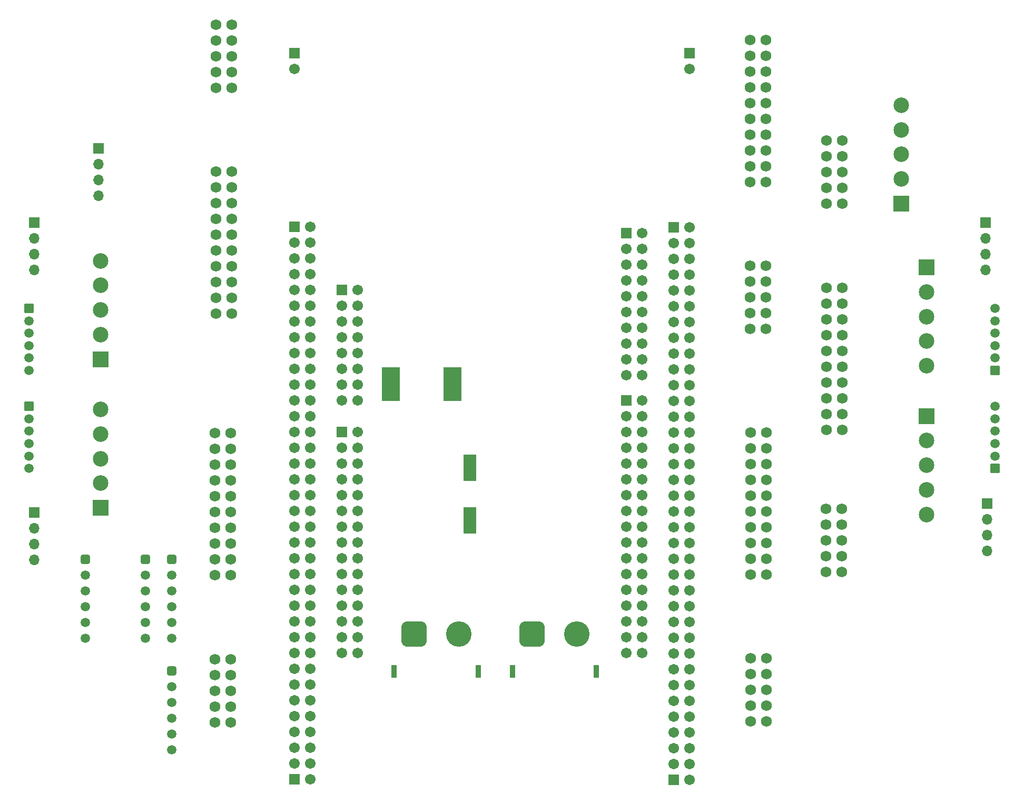
<source format=gbr>
%TF.GenerationSoftware,KiCad,Pcbnew,8.0.6*%
%TF.CreationDate,2024-11-11T21:37:20+01:00*%
%TF.ProjectId,Mainboard,4d61696e-626f-4617-9264-2e6b69636164,rev?*%
%TF.SameCoordinates,Original*%
%TF.FileFunction,Soldermask,Bot*%
%TF.FilePolarity,Negative*%
%FSLAX46Y46*%
G04 Gerber Fmt 4.6, Leading zero omitted, Abs format (unit mm)*
G04 Created by KiCad (PCBNEW 8.0.6) date 2024-11-11 21:37:20*
%MOMM*%
%LPD*%
G01*
G04 APERTURE LIST*
G04 Aperture macros list*
%AMRoundRect*
0 Rectangle with rounded corners*
0 $1 Rounding radius*
0 $2 $3 $4 $5 $6 $7 $8 $9 X,Y pos of 4 corners*
0 Add a 4 corners polygon primitive as box body*
4,1,4,$2,$3,$4,$5,$6,$7,$8,$9,$2,$3,0*
0 Add four circle primitives for the rounded corners*
1,1,$1+$1,$2,$3*
1,1,$1+$1,$4,$5*
1,1,$1+$1,$6,$7*
1,1,$1+$1,$8,$9*
0 Add four rect primitives between the rounded corners*
20,1,$1+$1,$2,$3,$4,$5,0*
20,1,$1+$1,$4,$5,$6,$7,0*
20,1,$1+$1,$6,$7,$8,$9,0*
20,1,$1+$1,$8,$9,$2,$3,0*%
G04 Aperture macros list end*
%ADD10C,1.733200*%
%ADD11R,2.500000X2.500000*%
%ADD12C,2.500000*%
%ADD13RoundRect,0.380000X-0.380000X0.380000X-0.380000X-0.380000X0.380000X-0.380000X0.380000X0.380000X0*%
%ADD14C,1.520000*%
%ADD15R,1.700000X1.700000*%
%ADD16O,1.700000X1.700000*%
%ADD17RoundRect,0.102000X-0.754000X-0.754000X0.754000X-0.754000X0.754000X0.754000X-0.754000X0.754000X0*%
%ADD18C,1.712000*%
%ADD19RoundRect,0.102000X0.654000X-0.654000X0.654000X0.654000X-0.654000X0.654000X-0.654000X-0.654000X0*%
%ADD20C,1.512000*%
%ADD21R,0.900000X2.000000*%
%ADD22RoundRect,1.025000X-1.025000X-1.025000X1.025000X-1.025000X1.025000X1.025000X-1.025000X1.025000X0*%
%ADD23C,4.100000*%
%ADD24RoundRect,0.102000X-0.654000X0.654000X-0.654000X-0.654000X0.654000X-0.654000X0.654000X0.654000X0*%
%ADD25R,2.050000X4.300000*%
%ADD26R,2.900000X5.400000*%
G04 APERTURE END LIST*
D10*
%TO.C,J4*%
X238600000Y-147468000D03*
X241140000Y-147468000D03*
X238600000Y-150008000D03*
X241140000Y-150008000D03*
X238600000Y-152548000D03*
X241140000Y-152548000D03*
X238600000Y-155088000D03*
X241140000Y-155088000D03*
X238600000Y-157628000D03*
X241140000Y-157628000D03*
%TD*%
D11*
%TO.C,J16*%
X250650000Y-98390000D03*
D12*
X250650000Y-94430000D03*
X250650000Y-90470000D03*
X250650000Y-86510000D03*
X250650000Y-82550000D03*
%TD*%
D10*
%TO.C,J20*%
X229000000Y-135190000D03*
X226460000Y-135190000D03*
X229000000Y-137730000D03*
X226460000Y-137730000D03*
X229000000Y-140270000D03*
X226460000Y-140270000D03*
X229000000Y-142810000D03*
X226460000Y-142810000D03*
X229000000Y-145350000D03*
X226460000Y-145350000D03*
X229000000Y-147890000D03*
X226460000Y-147890000D03*
X229000000Y-150430000D03*
X226460000Y-150430000D03*
X229000000Y-152970000D03*
X226460000Y-152970000D03*
X229000000Y-155510000D03*
X226460000Y-155510000D03*
X229000000Y-158050000D03*
X226460000Y-158050000D03*
X229000000Y-171570000D03*
X226460000Y-171570000D03*
X229000000Y-174110000D03*
X226460000Y-174110000D03*
X229000000Y-176650000D03*
X226460000Y-176650000D03*
X229000000Y-179190000D03*
X226460000Y-179190000D03*
X229000000Y-181730000D03*
X226460000Y-181730000D03*
%TD*%
%TO.C,J22*%
X140575000Y-116125000D03*
X143115000Y-116125000D03*
X140575000Y-113585000D03*
X143115000Y-113585000D03*
X140575000Y-111045000D03*
X143115000Y-111045000D03*
X140575000Y-108505000D03*
X143115000Y-108505000D03*
X140575000Y-105965000D03*
X143115000Y-105965000D03*
X140575000Y-103425000D03*
X143115000Y-103425000D03*
X140575000Y-100885000D03*
X143115000Y-100885000D03*
X140575000Y-98345000D03*
X143115000Y-98345000D03*
X140575000Y-95805000D03*
X143115000Y-95805000D03*
X140575000Y-93265000D03*
X143115000Y-93265000D03*
X140575000Y-79745000D03*
X143115000Y-79745000D03*
X140575000Y-77205000D03*
X143115000Y-77205000D03*
X140575000Y-74665000D03*
X143115000Y-74665000D03*
X140575000Y-72125000D03*
X143115000Y-72125000D03*
X140575000Y-69585000D03*
X143115000Y-69585000D03*
%TD*%
%TO.C,J19*%
X142880000Y-135350000D03*
X140340000Y-135350000D03*
X142880000Y-137890000D03*
X140340000Y-137890000D03*
X142880000Y-140430000D03*
X140340000Y-140430000D03*
X142880000Y-142970000D03*
X140340000Y-142970000D03*
X142880000Y-145510000D03*
X140340000Y-145510000D03*
X142880000Y-148050000D03*
X140340000Y-148050000D03*
X142880000Y-150590000D03*
X140340000Y-150590000D03*
X142880000Y-153130000D03*
X140340000Y-153130000D03*
X142880000Y-155670000D03*
X140340000Y-155670000D03*
X142880000Y-158210000D03*
X140340000Y-158210000D03*
X142880000Y-171730000D03*
X140340000Y-171730000D03*
X142880000Y-174270000D03*
X140340000Y-174270000D03*
X142880000Y-176810000D03*
X140340000Y-176810000D03*
X142880000Y-179350000D03*
X140340000Y-179350000D03*
X142880000Y-181890000D03*
X140340000Y-181890000D03*
%TD*%
D13*
%TO.C,J3*%
X133460000Y-173627500D03*
D14*
X133460000Y-176167500D03*
X133460000Y-178707500D03*
X133460000Y-181247500D03*
X133460000Y-183787500D03*
X133460000Y-186327500D03*
%TD*%
D10*
%TO.C,J18*%
X238630000Y-134780000D03*
X241170000Y-134780000D03*
X238630000Y-132240000D03*
X241170000Y-132240000D03*
X238630000Y-129700000D03*
X241170000Y-129700000D03*
X238630000Y-127160000D03*
X241170000Y-127160000D03*
X238630000Y-124620000D03*
X241170000Y-124620000D03*
X238630000Y-122080000D03*
X241170000Y-122080000D03*
X238630000Y-119540000D03*
X241170000Y-119540000D03*
X238630000Y-117000000D03*
X241170000Y-117000000D03*
X238630000Y-114460000D03*
X241170000Y-114460000D03*
X238630000Y-111920000D03*
X241170000Y-111920000D03*
X238630000Y-98400000D03*
X241170000Y-98400000D03*
X238630000Y-95860000D03*
X241170000Y-95860000D03*
X238630000Y-93320000D03*
X241170000Y-93320000D03*
X238630000Y-90780000D03*
X241170000Y-90780000D03*
X238630000Y-88240000D03*
X241170000Y-88240000D03*
%TD*%
D13*
%TO.C,J24*%
X133460000Y-155640000D03*
D14*
X133460000Y-158180000D03*
X133460000Y-160720000D03*
X133460000Y-163260000D03*
X133460000Y-165800000D03*
X133460000Y-168340000D03*
%TD*%
D13*
%TO.C,J25*%
X119500000Y-155650000D03*
D14*
X119500000Y-158190000D03*
X119500000Y-160730000D03*
X119500000Y-163270000D03*
X119500000Y-165810000D03*
X119500000Y-168350000D03*
%TD*%
D15*
%TO.C,J26*%
X121670000Y-89530000D03*
D16*
X121670000Y-92070000D03*
X121670000Y-94610000D03*
X121670000Y-97150000D03*
%TD*%
D13*
%TO.C,J8*%
X129166700Y-155668000D03*
D14*
X129166700Y-158208000D03*
X129166700Y-160748000D03*
X129166700Y-163288000D03*
X129166700Y-165828000D03*
X129166700Y-168368000D03*
%TD*%
D17*
%TO.C,U1*%
X153168300Y-74210000D03*
D18*
X153168300Y-76750000D03*
D17*
X216668300Y-74210000D03*
D18*
X216668300Y-76750000D03*
D17*
X206508300Y-103166000D03*
D18*
X209048300Y-103166000D03*
X206508300Y-105706000D03*
X209048300Y-105706000D03*
X206508300Y-108246000D03*
X209048300Y-108246000D03*
X206508300Y-110786000D03*
X209048300Y-110786000D03*
X206508300Y-113326000D03*
X209048300Y-113326000D03*
X206508300Y-115866000D03*
X209048300Y-115866000D03*
X206508300Y-118406000D03*
X209048300Y-118406000D03*
X206508300Y-120946000D03*
X209048300Y-120946000D03*
X206508300Y-123486000D03*
X209048300Y-123486000D03*
X206508300Y-126026000D03*
X209048300Y-126026000D03*
D17*
X160788300Y-112310000D03*
D18*
X163328300Y-112310000D03*
X160788300Y-114850000D03*
X163328300Y-114850000D03*
X160788300Y-117390000D03*
X163328300Y-117390000D03*
X160788300Y-119930000D03*
X163328300Y-119930000D03*
X160788300Y-122470000D03*
X163328300Y-122470000D03*
X160788300Y-125010000D03*
X163328300Y-125010000D03*
X160788300Y-127550000D03*
X163328300Y-127550000D03*
X160788300Y-130090000D03*
X163328300Y-130090000D03*
D17*
X160788300Y-135170000D03*
D18*
X163328300Y-135170000D03*
X160788300Y-137710000D03*
X163328300Y-137710000D03*
X160788300Y-140250000D03*
X163328300Y-140250000D03*
X160788300Y-142790000D03*
X163328300Y-142790000D03*
X160788300Y-145330000D03*
X163328300Y-145330000D03*
X160788300Y-147870000D03*
X163328300Y-147870000D03*
X160788300Y-150410000D03*
X163328300Y-150410000D03*
X160788300Y-152950000D03*
X163328300Y-152950000D03*
X160788300Y-155490000D03*
X163328300Y-155490000D03*
X160788300Y-158030000D03*
X163328300Y-158030000D03*
X160788300Y-160570000D03*
X163328300Y-160570000D03*
X160788300Y-163110000D03*
X163328300Y-163110000D03*
X160788300Y-165650000D03*
X163328300Y-165650000D03*
X160788300Y-168190000D03*
X163328300Y-168190000D03*
X160788300Y-170730000D03*
X163328300Y-170730000D03*
D17*
X206508300Y-130090000D03*
D18*
X209048300Y-130090000D03*
X206508300Y-132630000D03*
X209048300Y-132630000D03*
X206508300Y-135170000D03*
X209048300Y-135170000D03*
X206508300Y-137710000D03*
X209048300Y-137710000D03*
X206508300Y-140250000D03*
X209048300Y-140250000D03*
X206508300Y-142790000D03*
X209048300Y-142790000D03*
X206508300Y-145330000D03*
X209048300Y-145330000D03*
X206508300Y-147870000D03*
X209048300Y-147870000D03*
X206508300Y-150410000D03*
X209048300Y-150410000D03*
X206508300Y-152950000D03*
X209048300Y-152950000D03*
X206508300Y-155490000D03*
X209048300Y-155490000D03*
X206508300Y-158030000D03*
X209048300Y-158030000D03*
X206508300Y-160570000D03*
X209048300Y-160570000D03*
X206508300Y-163110000D03*
X209048300Y-163110000D03*
X206508300Y-165650000D03*
X209048300Y-165650000D03*
X206508300Y-168190000D03*
X209048300Y-168190000D03*
X206508300Y-170730000D03*
X209048300Y-170730000D03*
D17*
X153168300Y-102150000D03*
D18*
X155708300Y-102150000D03*
X153168300Y-104690000D03*
X155708300Y-104690000D03*
X153168300Y-107230000D03*
X155708300Y-107230000D03*
X153168300Y-109770000D03*
X155708300Y-109770000D03*
X153168300Y-112310000D03*
X155708300Y-112310000D03*
X153168300Y-114850000D03*
X155708300Y-114850000D03*
X153168300Y-117390000D03*
X155708300Y-117390000D03*
X153168300Y-119930000D03*
X155708300Y-119930000D03*
X153168300Y-122470000D03*
X155708300Y-122470000D03*
X153168300Y-125010000D03*
X155708300Y-125010000D03*
X153168300Y-127550000D03*
X155708300Y-127550000D03*
X153168300Y-130090000D03*
X155708300Y-130090000D03*
X153168300Y-132630000D03*
X155708300Y-132630000D03*
X153168300Y-135170000D03*
X155708300Y-135170000D03*
X153168300Y-137710000D03*
X155708300Y-137710000D03*
X153168300Y-140250000D03*
X155708300Y-140250000D03*
X153168300Y-142790000D03*
X155708300Y-142790000D03*
X153168300Y-145330000D03*
X155708300Y-145330000D03*
X153168300Y-147870000D03*
X155708300Y-147870000D03*
X153168300Y-150410000D03*
X155708300Y-150410000D03*
X153168300Y-152950000D03*
X155708300Y-152950000D03*
X153168300Y-155490000D03*
X155708300Y-155490000D03*
X153168300Y-158030000D03*
X155708300Y-158030000D03*
X153168300Y-160570000D03*
X155708300Y-160570000D03*
X153168300Y-163110000D03*
X155708300Y-163110000D03*
X153168300Y-165650000D03*
X155708300Y-165650000D03*
X153168300Y-168190000D03*
X155708300Y-168190000D03*
X153168300Y-170730000D03*
X155708300Y-170730000D03*
X153168300Y-173270000D03*
X155708300Y-173270000D03*
X153168300Y-175810000D03*
X155708300Y-175810000D03*
X153168300Y-178350000D03*
X155708300Y-178350000D03*
X153168300Y-180890000D03*
X155708300Y-180890000D03*
X153168300Y-183430000D03*
X155708300Y-183430000D03*
X153168300Y-185970000D03*
X155708300Y-185970000D03*
X153168300Y-188510000D03*
X155708300Y-188510000D03*
D17*
X214128300Y-102170000D03*
D18*
X216668300Y-102170000D03*
X214128300Y-104710000D03*
X216668300Y-104710000D03*
X214128300Y-107250000D03*
X216668300Y-107250000D03*
X214128300Y-109790000D03*
X216668300Y-109790000D03*
X214128300Y-112330000D03*
X216668300Y-112330000D03*
X214128300Y-114870000D03*
X216668300Y-114870000D03*
X214128300Y-117410000D03*
X216668300Y-117410000D03*
X214128300Y-119950000D03*
X216668300Y-119950000D03*
X214128300Y-122490000D03*
X216668300Y-122490000D03*
X214128300Y-125030000D03*
X216668300Y-125030000D03*
X214128300Y-127570000D03*
X216668300Y-127570000D03*
X214128300Y-130110000D03*
X216668300Y-130110000D03*
X214128300Y-132650000D03*
X216668300Y-132650000D03*
X214128300Y-135190000D03*
X216668300Y-135190000D03*
X214128300Y-137730000D03*
X216668300Y-137730000D03*
X214128300Y-140270000D03*
X216668300Y-140270000D03*
X214128300Y-142810000D03*
X216668300Y-142810000D03*
X214128300Y-145350000D03*
X216668300Y-145350000D03*
X214128300Y-147890000D03*
X216668300Y-147890000D03*
X214128300Y-150430000D03*
X216668300Y-150430000D03*
X214128300Y-152970000D03*
X216668300Y-152970000D03*
X214128300Y-155510000D03*
X216668300Y-155510000D03*
X214128300Y-158050000D03*
X216668300Y-158050000D03*
X214128300Y-160590000D03*
X216668300Y-160590000D03*
X214128300Y-163130000D03*
X216668300Y-163130000D03*
X214128300Y-165670000D03*
X216668300Y-165670000D03*
X214128300Y-168210000D03*
X216668300Y-168210000D03*
X214128300Y-170750000D03*
X216668300Y-170750000D03*
X214128300Y-173290000D03*
X216668300Y-173290000D03*
X214128300Y-175830000D03*
X216668300Y-175830000D03*
X214128300Y-178370000D03*
X216668300Y-178370000D03*
X214128300Y-180910000D03*
X216668300Y-180910000D03*
X214128300Y-183450000D03*
X216668300Y-183450000D03*
X214128300Y-185990000D03*
X216668300Y-185990000D03*
X214128300Y-188530000D03*
X216668300Y-188530000D03*
D17*
X214128300Y-191070000D03*
D18*
X216668300Y-191070000D03*
D17*
X153168300Y-191050000D03*
D18*
X155708300Y-191050000D03*
%TD*%
D10*
%TO.C,J21*%
X228970000Y-72050000D03*
X226430000Y-72050000D03*
X228970000Y-74590000D03*
X226430000Y-74590000D03*
X228970000Y-77130000D03*
X226430000Y-77130000D03*
X228970000Y-79670000D03*
X226430000Y-79670000D03*
X228970000Y-82210000D03*
X226430000Y-82210000D03*
X228970000Y-84750000D03*
X226430000Y-84750000D03*
X228970000Y-87290000D03*
X226430000Y-87290000D03*
X228970000Y-89830000D03*
X226430000Y-89830000D03*
X228970000Y-92370000D03*
X226430000Y-92370000D03*
X228970000Y-94910000D03*
X226430000Y-94910000D03*
X228970000Y-108430000D03*
X226430000Y-108430000D03*
X228970000Y-110970000D03*
X226430000Y-110970000D03*
X228970000Y-113510000D03*
X226430000Y-113510000D03*
X228970000Y-116050000D03*
X226430000Y-116050000D03*
X228970000Y-118590000D03*
X226430000Y-118590000D03*
%TD*%
D11*
%TO.C,J14*%
X254750000Y-132580000D03*
D12*
X254750000Y-136540000D03*
X254750000Y-140500000D03*
X254750000Y-144460000D03*
X254750000Y-148420000D03*
%TD*%
D19*
%TO.C,J5*%
X110500000Y-115250000D03*
D20*
X110500000Y-117250000D03*
X110500000Y-119250000D03*
X110500000Y-121250000D03*
X110500000Y-123250000D03*
X110500000Y-125250000D03*
%TD*%
D21*
%TO.C,J1*%
X188190000Y-173640000D03*
X201690000Y-173640000D03*
D22*
X191340000Y-167640000D03*
D23*
X198540000Y-167640000D03*
%TD*%
D15*
%TO.C,J27*%
X264500000Y-146630000D03*
D16*
X264500000Y-149170000D03*
X264500000Y-151710000D03*
X264500000Y-154250000D03*
%TD*%
D11*
%TO.C,J12*%
X122000000Y-147350000D03*
D12*
X122000000Y-143390000D03*
X122000000Y-139430000D03*
X122000000Y-135470000D03*
X122000000Y-131510000D03*
%TD*%
D21*
%TO.C,J2*%
X169180000Y-173640000D03*
X182680000Y-173640000D03*
D22*
X172330000Y-167640000D03*
D23*
X179530000Y-167640000D03*
%TD*%
D15*
%TO.C,J17*%
X111300000Y-101420000D03*
D16*
X111300000Y-103960000D03*
X111300000Y-106500000D03*
X111300000Y-109040000D03*
%TD*%
D19*
%TO.C,J11*%
X110500000Y-131000000D03*
D20*
X110500000Y-133000000D03*
X110500000Y-135000000D03*
X110500000Y-137000000D03*
X110500000Y-139000000D03*
X110500000Y-141000000D03*
%TD*%
D15*
%TO.C,J23*%
X111310000Y-148130000D03*
D16*
X111310000Y-150670000D03*
X111310000Y-153210000D03*
X111310000Y-155750000D03*
%TD*%
D24*
%TO.C,J13*%
X265750000Y-141000000D03*
D20*
X265750000Y-139000000D03*
X265750000Y-137000000D03*
X265750000Y-135000000D03*
X265750000Y-133000000D03*
X265750000Y-131000000D03*
%TD*%
D25*
%TO.C,C5*%
X181320000Y-149340000D03*
X181320000Y-140940000D03*
%TD*%
D11*
%TO.C,J10*%
X254750000Y-108660000D03*
D12*
X254750000Y-112620000D03*
X254750000Y-116580000D03*
X254750000Y-120540000D03*
X254750000Y-124500000D03*
%TD*%
D24*
%TO.C,J7*%
X265750000Y-125250000D03*
D20*
X265750000Y-123250000D03*
X265750000Y-121250000D03*
X265750000Y-119250000D03*
X265750000Y-117250000D03*
X265750000Y-115250000D03*
%TD*%
D26*
%TO.C,L1*%
X178560000Y-127440000D03*
X168660000Y-127440000D03*
%TD*%
D15*
%TO.C,J9*%
X264250000Y-101450000D03*
D16*
X264250000Y-103990000D03*
X264250000Y-106530000D03*
X264250000Y-109070000D03*
%TD*%
D11*
%TO.C,J6*%
X122000000Y-123430000D03*
D12*
X122000000Y-119470000D03*
X122000000Y-115510000D03*
X122000000Y-111550000D03*
X122000000Y-107590000D03*
%TD*%
M02*

</source>
